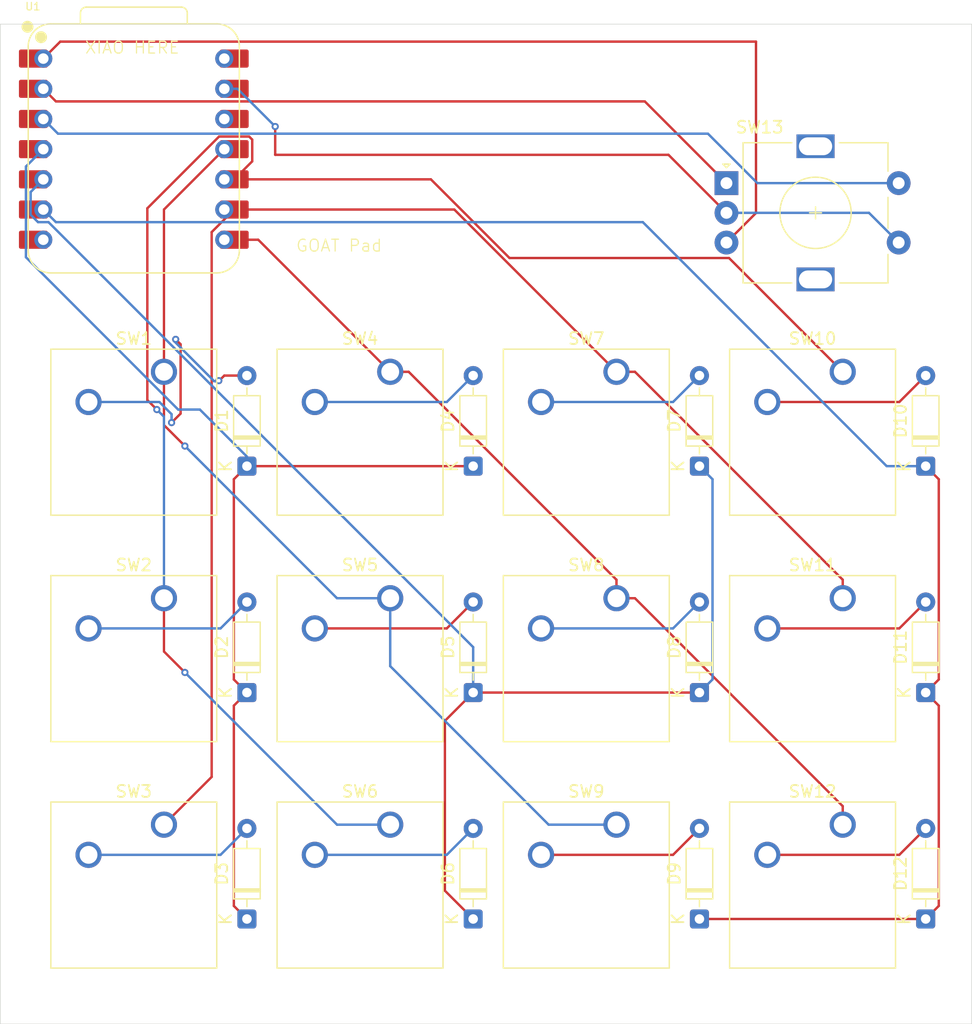
<source format=kicad_pcb>
(kicad_pcb (version 20241229) (generator "pcbnew") (generator_version "9.0")
  (layers (0 "F.Cu" signal) (2 "B.Cu" signal) (13 "F.Paste" user) (15 "B.Paste" user) (5 "F.SilkS" user "F.Silkscreen") (7 "B.SilkS" user "B.Silkscreen") (1 "F.Mask" user) (3 "B.Mask" user) (25 "Edge.Cuts" user))
  (net 0 "")
  (net 1 "ROW0")
  (net 2 "Net-(D1-A)")
  (net 3 "Net-(D2-A)")
  (net 4 "Net-(D3-A)")
  (net 5 "Net-(D4-A)")
  (net 6 "Net-(D5-A)")
  (net 7 "ROW1")
  (net 8 "Net-(D6-A)")
  (net 9 "Net-(D7-A)")
  (net 10 "Net-(D8-A)")
  (net 11 "Net-(D9-A)")
  (net 12 "ROW2")
  (net 13 "Net-(D10-A)")
  (net 14 "Net-(D11-A)")
  (net 15 "Net-(D12-A)")
  (net 16 "COL0")
  (net 17 "COL1")
  (net 18 "COL2")
  (net 19 "COL3")
  (net 20 "Net-(U1-GPIO27{slash}ADC1{slash}A1)")
  (net 21 "Net-(U1-GPIO28{slash}ADC2{slash}A2)")
  (net 22 "Net-(U1-GPIO26{slash}ADC0{slash}A0)")
  (net 23 "GND")
  (net 26 "+5V")
  (footprint "Diode_THT:D_DO-35_SOD27_P7.62mm_Horizontal" (layer "F.Cu") (at 180.975 92.86875 90)
    (property "Reference" "D10" (at 3.81 -2.12 90) (layer "F.SilkS"))
    (property "Value" "1N4148")
    (fp_line (start 2.53 -1.12) (end 2.53 1.12) (stroke (width 0.12)) (layer "F.SilkS"))
    (fp_line (start 2.41 -1.12) (end 2.41 1.12) (stroke (width 0.12)) (layer "F.SilkS"))
    (fp_line (start 2.29 -1.12) (end 2.29 1.12) (stroke (width 0.12)) (layer "F.SilkS"))
    (fp_line (start 6.58 0) (end 5.93 0) (stroke (width 0.12)) (layer "F.SilkS"))
    (fp_line (start 1.04 0) (end 1.69 0) (stroke (width 0.12)) (layer "F.SilkS"))
    (fp_rect (start 1.69 -1.12) (end 5.93 1.12) (stroke (width 0.12)) (fill no) (layer "F.SilkS"))
    (fp_text user "K" (at 0 -1.8 90) (layer "F.SilkS"))
    (pad "1" thru_hole roundrect (at 0 0 90) (size 1.6 1.6) (drill 0.8) (layers "*.Cu" "*.Mask") (roundrect_rratio 0.15625) (net 12 "ROW2"))
    (pad "2" thru_hole circle (at 7.62 0 90) (size 1.6 1.6) (drill 0.8) (layers "*.Cu" "*.Mask") (net 13 "Net-(D10-A)"))
  )
  (footprint "OPL:XIAO-RP2040-DIP" (layer "F.Cu") (at 114.3 66.19875)
    (property "Reference" "U1" (at -8.5 -12 0) (layer "F.SilkS") (effects (font (size 0.635 0.635) (thickness 0.1016))))
    (property "Value" "XIAO-RP2040-DIP")
    (fp_line (start -8.89 8.509) (end -8.89 -8.636) (stroke (width 0.127)) (layer "F.SilkS"))
    (fp_line (start -6.985 10.414) (end 6.985 10.414) (stroke (width 0.127)) (layer "F.SilkS"))
    (fp_line (start -4.495 -10.541) (end -4.491272 -11.451272) (stroke (width 0.127)) (layer "F.SilkS"))
    (fp_line (start -3.991272 -11.951) (end 4.004 -11.951) (stroke (width 0.127)) (layer "F.SilkS"))
    (fp_line (start 4.504 -11.451) (end 4.504 -10.541) (stroke (width 0.127)) (layer "F.SilkS"))
    (fp_line (start 6.985 -10.541) (end -6.985 -10.541) (stroke (width 0.1)) (layer "F.SilkS"))
    (fp_line (start 6.985 -10.541) (end -6.985 -10.541) (stroke (width 0.127)) (layer "F.SilkS"))
    (fp_line (start 8.89 8.509) (end 8.89 -8.636) (stroke (width 0.127)) (layer "F.SilkS"))
    (fp_arc (start -8.89 -8.636) (mid -8.332038 -9.983038) (end -6.985 -10.541) (stroke (width 0.127)) (layer "F.SilkS"))
    (fp_arc (start -6.985 10.414) (mid -8.332038 9.856038) (end -8.89 8.509) (stroke (width 0.127)) (layer "F.SilkS"))
    (fp_arc (start -4.491272 -11.451272) (mid -4.344728 -11.80464) (end -3.991272 -11.951) (stroke (width 0.127)) (layer "F.SilkS"))
    (fp_arc (start 4.004 -11.951) (mid 4.357553 -11.804553) (end 4.504 -11.451) (stroke (width 0.127)) (layer "F.SilkS"))
    (fp_arc (start 6.985 -10.541) (mid 8.332038 -9.983038) (end 8.89 -8.636) (stroke (width 0.127)) (layer "F.SilkS"))
    (fp_arc (start 8.89 8.509) (mid 8.332038 9.856038) (end 6.985 10.414) (stroke (width 0.127)) (layer "F.SilkS"))
    (fp_circle (center -8.95 -10.3) (end -8.95 -10.554) (stroke (width 0.5)) (fill yes) (layer "F.SilkS"))
    (fp_circle (center -7.807 -9.42) (end -7.807 -9.674) (stroke (width 0.5)) (fill yes) (layer "F.SilkS"))
    (pad "1" smd roundrect (at -8.455 -7.62 180) (size 2.432 1.524) (layers "F.Cu" "F.Mask") (roundrect_rratio 0.1) (net 22 "Net-(U1-GPIO26{slash}ADC0{slash}A0)"))
    (pad "1" thru_hole circle (at -7.62 -7.62 180) (size 1.524 1.524) (drill 0.889) (layers "*.Cu" "*.Mask") (net 22 "Net-(U1-GPIO26{slash}ADC0{slash}A0)"))
    (pad "2" smd roundrect (at -8.455 -5.08 180) (size 2.432 1.524) (layers "F.Cu" "F.Mask") (roundrect_rratio 0.1) (net 20 "Net-(U1-GPIO27{slash}ADC1{slash}A1)"))
    (pad "2" thru_hole circle (at -7.62 -5.08 180) (size 1.524 1.524) (drill 0.889) (layers "*.Cu" "*.Mask") (net 20 "Net-(U1-GPIO27{slash}ADC1{slash}A1)"))
    (pad "3" smd roundrect (at -8.455 -2.54 180) (size 2.432 1.524) (layers "F.Cu" "F.Mask") (roundrect_rratio 0.1) (net 21 "Net-(U1-GPIO28{slash}ADC2{slash}A2)"))
    (pad "3" thru_hole circle (at -7.62 -2.54 180) (size 1.524 1.524) (drill 0.889) (layers "*.Cu" "*.Mask") (net 21 "Net-(U1-GPIO28{slash}ADC2{slash}A2)"))
    (pad "4" smd roundrect (at -8.455 0 180) (size 2.432 1.524) (layers "F.Cu" "F.Mask") (roundrect_rratio 0.1) (net 1 "ROW0"))
    (pad "4" thru_hole circle (at -7.62 0 180) (size 1.524 1.524) (drill 0.889) (layers "*.Cu" "*.Mask") (net 1 "ROW0"))
    (pad "5" smd roundrect (at -8.455 2.54 180) (size 2.432 1.524) (layers "F.Cu" "F.Mask") (roundrect_rratio 0.1) (net 7 "ROW1"))
    (pad "5" thru_hole circle (at -7.62 2.54 180) (size 1.524 1.524) (drill 0.889) (layers "*.Cu" "*.Mask") (net 7 "ROW1"))
    (pad "6" smd roundrect (at -8.455 5.08 180) (size 2.432 1.524) (layers "F.Cu" "F.Mask") (roundrect_rratio 0.1) (net 12 "ROW2"))
    (pad "6" thru_hole circle (at -7.62 5.08 180) (size 1.524 1.524) (drill 0.889) (layers "*.Cu" "*.Mask") (net 12 "ROW2"))
    (pad "7" smd roundrect (at -8.455 7.62 180) (size 2.432 1.524) (layers "F.Cu" "F.Mask") (roundrect_rratio 0.1))
    (pad "7" thru_hole circle (at -7.62 7.62 180) (size 1.524 1.524) (drill 0.889) (layers "*.Cu" "*.Mask"))
    (pad "8" thru_hole circle (at 7.62 7.62) (size 1.524 1.524) (drill 0.889) (layers "*.Cu" "*.Mask") (net 19 "COL3"))
    (pad "8" smd roundrect (at 8.455 7.62) (size 2.432 1.524) (layers "F.Cu" "F.Mask") (roundrect_rratio 0.1) (net 19 "COL3"))
    (pad "9" thru_hole circle (at 7.62 5.08) (size 1.524 1.524) (drill 0.889) (layers "*.Cu" "*.Mask") (net 18 "COL2"))
    (pad "9" smd roundrect (at 8.455 5.08) (size 2.432 1.524) (layers "F.Cu" "F.Mask") (roundrect_rratio 0.1) (net 18 "COL2"))
    (pad "10" thru_hole circle (at 7.62 2.54) (size 1.524 1.524) (drill 0.889) (layers "*.Cu" "*.Mask") (net 17 "COL1"))
    (pad "10" smd roundrect (at 8.455 2.54) (size 2.432 1.524) (layers "F.Cu" "F.Mask") (roundrect_rratio 0.1) (net 17 "COL1"))
    (pad "11" thru_hole circle (at 7.62 0) (size 1.524 1.524) (drill 0.889) (layers "*.Cu" "*.Mask") (net 16 "COL0"))
    (pad "11" smd roundrect (at 8.455 0) (size 2.432 1.524) (layers "F.Cu" "F.Mask") (roundrect_rratio 0.1) (net 16 "COL0"))
    (pad "12" thru_hole circle (at 7.62 -2.54) (size 1.524 1.524) (drill 0.889) (layers "*.Cu" "*.Mask"))
    (pad "12" smd roundrect (at 8.455 -2.54) (size 2.432 1.524) (layers "F.Cu" "F.Mask") (roundrect_rratio 0.1))
    (pad "13" thru_hole circle (at 7.62 -5.08) (size 1.524 1.524) (drill 0.889) (layers "*.Cu" "*.Mask") (net 23 "GND"))
    (pad "13" smd roundrect (at 8.455 -5.08) (size 2.432 1.524) (layers "F.Cu" "F.Mask") (roundrect_rratio 0.1) (net 23 "GND"))
    (pad "14" thru_hole circle (at 7.62 -7.62) (size 1.524 1.524) (drill 0.889) (layers "*.Cu" "*.Mask") (net 26 "+5V"))
    (pad "14" smd roundrect (at 8.455 -7.62) (size 2.432 1.524) (layers "F.Cu" "F.Mask") (roundrect_rratio 0.1) (net 26 "+5V"))
  )
  (footprint "Diode_THT:D_DO-35_SOD27_P7.62mm_Horizontal" (layer "F.Cu") (at 161.925 111.91875 90)
    (property "Reference" "D8" (at 3.81 -2.12 90) (layer "F.SilkS"))
    (property "Value" "1N4148")
    (fp_line (start 2.53 -1.12) (end 2.53 1.12) (stroke (width 0.12)) (layer "F.SilkS"))
    (fp_line (start 2.41 -1.12) (end 2.41 1.12) (stroke (width 0.12)) (layer "F.SilkS"))
    (fp_line (start 2.29 -1.12) (end 2.29 1.12) (stroke (width 0.12)) (layer "F.SilkS"))
    (fp_line (start 6.58 0) (end 5.93 0) (stroke (width 0.12)) (layer "F.SilkS"))
    (fp_line (start 1.04 0) (end 1.69 0) (stroke (width 0.12)) (layer "F.SilkS"))
    (fp_rect (start 1.69 -1.12) (end 5.93 1.12) (stroke (width 0.12)) (fill no) (layer "F.SilkS"))
    (fp_text user "K" (at 0 -1.8 90) (layer "F.SilkS"))
    (pad "1" thru_hole roundrect (at 0 0 90) (size 1.6 1.6) (drill 0.8) (layers "*.Cu" "*.Mask") (roundrect_rratio 0.15625) (net 7 "ROW1"))
    (pad "2" thru_hole circle (at 7.62 0 90) (size 1.6 1.6) (drill 0.8) (layers "*.Cu" "*.Mask") (net 10 "Net-(D8-A)"))
  )
  (footprint "Diode_THT:D_DO-35_SOD27_P7.62mm_Horizontal" (layer "F.Cu") (at 180.975 111.91875 90)
    (property "Reference" "D11" (at 3.81 -2.12 90) (layer "F.SilkS"))
    (property "Value" "1N4148")
    (fp_line (start 2.53 -1.12) (end 2.53 1.12) (stroke (width 0.12)) (layer "F.SilkS"))
    (fp_line (start 2.41 -1.12) (end 2.41 1.12) (stroke (width 0.12)) (layer "F.SilkS"))
    (fp_line (start 2.29 -1.12) (end 2.29 1.12) (stroke (width 0.12)) (layer "F.SilkS"))
    (fp_line (start 6.58 0) (end 5.93 0) (stroke (width 0.12)) (layer "F.SilkS"))
    (fp_line (start 1.04 0) (end 1.69 0) (stroke (width 0.12)) (layer "F.SilkS"))
    (fp_rect (start 1.69 -1.12) (end 5.93 1.12) (stroke (width 0.12)) (fill no) (layer "F.SilkS"))
    (fp_text user "K" (at 0 -1.8 90) (layer "F.SilkS"))
    (pad "1" thru_hole roundrect (at 0 0 90) (size 1.6 1.6) (drill 0.8) (layers "*.Cu" "*.Mask") (roundrect_rratio 0.15625) (net 12 "ROW2"))
    (pad "2" thru_hole circle (at 7.62 0 90) (size 1.6 1.6) (drill 0.8) (layers "*.Cu" "*.Mask") (net 14 "Net-(D11-A)"))
  )
  (footprint "Button_Switch_Keyboard:SW_Cherry_MX_1.00u_PCB" (layer "F.Cu") (at 173.99 84.93125)
    (property "Reference" "SW10" (at -2.54 -2.794 0) (layer "F.SilkS"))
    (property "Value" "SW_Push")
    (fp_line (start -9.525 -1.905) (end 4.445 -1.905) (stroke (width 0.12)) (layer "F.SilkS"))
    (fp_line (start -9.525 12.065) (end -9.525 -1.905) (stroke (width 0.12)) (layer "F.SilkS"))
    (fp_line (start 4.445 -1.905) (end 4.445 12.065) (stroke (width 0.12)) (layer "F.SilkS"))
    (fp_line (start 4.445 12.065) (end -9.525 12.065) (stroke (width 0.12)) (layer "F.SilkS"))
    (pad "" np_thru_hole circle (at -7.62 5.08) (size 1.7 1.7) (drill 1.7) (layers "*.Cu" "*.Mask"))
    (pad "" np_thru_hole circle (at -2.54 5.08) (size 4 4) (drill 4) (layers "*.Cu" "*.Mask"))
    (pad "" np_thru_hole circle (at 2.54 5.08) (size 1.7 1.7) (drill 1.7) (layers "*.Cu" "*.Mask"))
    (pad "1" thru_hole circle (at 0 0) (size 2.2 2.2) (drill 1.5) (layers "*.Cu" "*.Mask") (net 17 "COL1"))
    (pad "2" thru_hole circle (at -6.35 2.54) (size 2.2 2.2) (drill 1.5) (layers "*.Cu" "*.Mask") (net 13 "Net-(D10-A)"))
  )
  (footprint "ENCODER:RotaryEncoder_Alps_EC11E-Switch_Vertical_H20mm" (layer "F.Cu") (at 164.2 69.05625)
    (property "Reference" "SW13" (at 2.8 -4.7 0) (layer "F.SilkS"))
    (property "Value" "RotaryEncoder_Switch")
    (fp_line (start -0.3 -1.6) (end 0.3 -1.6) (stroke (width 0.12)) (layer "F.SilkS"))
    (fp_line (start 0 -1.3) (end -0.3 -1.6) (stroke (width 0.12)) (layer "F.SilkS"))
    (fp_line (start 0.3 -1.6) (end 0 -1.3) (stroke (width 0.12)) (layer "F.SilkS"))
    (fp_line (start 1.4 -3.4) (end 1.4 8.4) (stroke (width 0.12)) (layer "F.SilkS"))
    (fp_line (start 5.5 -3.4) (end 1.4 -3.4) (stroke (width 0.12)) (layer "F.SilkS"))
    (fp_line (start 5.5 8.4) (end 1.4 8.4) (stroke (width 0.12)) (layer "F.SilkS"))
    (fp_line (start 7 2.5) (end 8 2.5) (stroke (width 0.12)) (layer "F.SilkS"))
    (fp_line (start 7.5 2) (end 7.5 3) (stroke (width 0.12)) (layer "F.SilkS"))
    (fp_line (start 9.5 -3.4) (end 13.6 -3.4) (stroke (width 0.12)) (layer "F.SilkS"))
    (fp_line (start 13.6 -3.4) (end 13.6 -1) (stroke (width 0.12)) (layer "F.SilkS"))
    (fp_line (start 13.6 1.2) (end 13.6 3.8) (stroke (width 0.12)) (layer "F.SilkS"))
    (fp_line (start 13.6 6) (end 13.6 8.4) (stroke (width 0.12)) (layer "F.SilkS"))
    (fp_line (start 13.6 8.4) (end 9.5 8.4) (stroke (width 0.12)) (layer "F.SilkS"))
    (fp_circle (center 7.5 2.5) (end 10.5 2.5) (stroke (width 0.12)) (fill no) (layer "F.SilkS"))
    (pad "A" thru_hole rect (at 0 0) (size 2 2) (drill 1) (layers "*.Cu" "*.Mask") (net 20 "Net-(U1-GPIO27{slash}ADC1{slash}A1)"))
    (pad "B" thru_hole circle (at 0 5) (size 2 2) (drill 1) (layers "*.Cu" "*.Mask") (net 22 "Net-(U1-GPIO26{slash}ADC0{slash}A0)"))
    (pad "C" thru_hole circle (at 0 2.5) (size 2 2) (drill 1) (layers "*.Cu" "*.Mask") (net 23 "GND"))
    (pad "MP" thru_hole rect (at 7.5 -3.1) (size 3.2 2) (drill oval 2.8 1.5) (layers "*.Cu" "*.Mask"))
    (pad "MP" thru_hole rect (at 7.5 8.1) (size 3.2 2) (drill oval 2.8 1.5) (layers "*.Cu" "*.Mask"))
    (pad "S1" thru_hole circle (at 14.5 5) (size 2 2) (drill 1) (layers "*.Cu" "*.Mask") (net 23 "GND"))
    (pad "S2" thru_hole circle (at 14.5 0) (size 2 2) (drill 1) (layers "*.Cu" "*.Mask") (net 21 "Net-(U1-GPIO28{slash}ADC2{slash}A2)"))
  )
  (footprint "Button_Switch_Keyboard:SW_Cherry_MX_1.00u_PCB" (layer "F.Cu") (at 116.84 103.98125)
    (property "Reference" "SW2" (at -2.54 -2.794 0) (layer "F.SilkS"))
    (property "Value" "SW_Push")
    (fp_line (start -9.525 -1.905) (end 4.445 -1.905) (stroke (width 0.12)) (layer "F.SilkS"))
    (fp_line (start -9.525 12.065) (end -9.525 -1.905) (stroke (width 0.12)) (layer "F.SilkS"))
    (fp_line (start 4.445 -1.905) (end 4.445 12.065) (stroke (width 0.12)) (layer "F.SilkS"))
    (fp_line (start 4.445 12.065) (end -9.525 12.065) (stroke (width 0.12)) (layer "F.SilkS"))
    (pad "" np_thru_hole circle (at -7.62 5.08) (size 1.7 1.7) (drill 1.7) (layers "*.Cu" "*.Mask"))
    (pad "" np_thru_hole circle (at -2.54 5.08) (size 4 4) (drill 4) (layers "*.Cu" "*.Mask"))
    (pad "" np_thru_hole circle (at 2.54 5.08) (size 1.7 1.7) (drill 1.7) (layers "*.Cu" "*.Mask"))
    (pad "1" thru_hole circle (at 0 0) (size 2.2 2.2) (drill 1.5) (layers "*.Cu" "*.Mask") (net 17 "COL1"))
    (pad "2" thru_hole circle (at -6.35 2.54) (size 2.2 2.2) (drill 1.5) (layers "*.Cu" "*.Mask") (net 3 "Net-(D2-A)"))
  )
  (footprint "Diode_THT:D_DO-35_SOD27_P7.62mm_Horizontal" (layer "F.Cu") (at 123.825 111.91875 90)
    (property "Reference" "D2" (at 3.81 -2.12 90) (layer "F.SilkS"))
    (property "Value" "1N4148")
    (fp_line (start 2.53 -1.12) (end 2.53 1.12) (stroke (width 0.12)) (layer "F.SilkS"))
    (fp_line (start 2.41 -1.12) (end 2.41 1.12) (stroke (width 0.12)) (layer "F.SilkS"))
    (fp_line (start 2.29 -1.12) (end 2.29 1.12) (stroke (width 0.12)) (layer "F.SilkS"))
    (fp_line (start 6.58 0) (end 5.93 0) (stroke (width 0.12)) (layer "F.SilkS"))
    (fp_line (start 1.04 0) (end 1.69 0) (stroke (width 0.12)) (layer "F.SilkS"))
    (fp_rect (start 1.69 -1.12) (end 5.93 1.12) (stroke (width 0.12)) (fill no) (layer "F.SilkS"))
    (fp_text user "K" (at 0 -1.8 90) (layer "F.SilkS"))
    (pad "1" thru_hole roundrect (at 0 0 90) (size 1.6 1.6) (drill 0.8) (layers "*.Cu" "*.Mask") (roundrect_rratio 0.15625) (net 1 "ROW0"))
    (pad "2" thru_hole circle (at 7.62 0 90) (size 1.6 1.6) (drill 0.8) (layers "*.Cu" "*.Mask") (net 3 "Net-(D2-A)"))
  )
  (footprint "Button_Switch_Keyboard:SW_Cherry_MX_1.00u_PCB" (layer "F.Cu") (at 154.94 103.98125)
    (property "Reference" "SW8" (at -2.54 -2.794 0) (layer "F.SilkS"))
    (property "Value" "SW_Push")
    (fp_line (start -9.525 -1.905) (end 4.445 -1.905) (stroke (width 0.12)) (layer "F.SilkS"))
    (fp_line (start -9.525 12.065) (end -9.525 -1.905) (stroke (width 0.12)) (layer "F.SilkS"))
    (fp_line (start 4.445 -1.905) (end 4.445 12.065) (stroke (width 0.12)) (layer "F.SilkS"))
    (fp_line (start 4.445 12.065) (end -9.525 12.065) (stroke (width 0.12)) (layer "F.SilkS"))
    (pad "" np_thru_hole circle (at -7.62 5.08) (size 1.7 1.7) (drill 1.7) (layers "*.Cu" "*.Mask"))
    (pad "" np_thru_hole circle (at -2.54 5.08) (size 4 4) (drill 4) (layers "*.Cu" "*.Mask"))
    (pad "" np_thru_hole circle (at 2.54 5.08) (size 1.7 1.7) (drill 1.7) (layers "*.Cu" "*.Mask"))
    (pad "1" thru_hole circle (at 0 0) (size 2.2 2.2) (drill 1.5) (layers "*.Cu" "*.Mask") (net 19 "COL3"))
    (pad "2" thru_hole circle (at -6.35 2.54) (size 2.2 2.2) (drill 1.5) (layers "*.Cu" "*.Mask") (net 10 "Net-(D8-A)"))
  )
  (footprint "Button_Switch_Keyboard:SW_Cherry_MX_1.00u_PCB" (layer "F.Cu") (at 173.99 123.03125)
    (property "Reference" "SW12" (at -2.54 -2.794 0) (layer "F.SilkS"))
    (property "Value" "SW_Push")
    (fp_line (start -9.525 -1.905) (end 4.445 -1.905) (stroke (width 0.12)) (layer "F.SilkS"))
    (fp_line (start -9.525 12.065) (end -9.525 -1.905) (stroke (width 0.12)) (layer "F.SilkS"))
    (fp_line (start 4.445 -1.905) (end 4.445 12.065) (stroke (width 0.12)) (layer "F.SilkS"))
    (fp_line (start 4.445 12.065) (end -9.525 12.065) (stroke (width 0.12)) (layer "F.SilkS"))
    (pad "" np_thru_hole circle (at -7.62 5.08) (size 1.7 1.7) (drill 1.7) (layers "*.Cu" "*.Mask"))
    (pad "" np_thru_hole circle (at -2.54 5.08) (size 4 4) (drill 4) (layers "*.Cu" "*.Mask"))
    (pad "" np_thru_hole circle (at 2.54 5.08) (size 1.7 1.7) (drill 1.7) (layers "*.Cu" "*.Mask"))
    (pad "1" thru_hole circle (at 0 0) (size 2.2 2.2) (drill 1.5) (layers "*.Cu" "*.Mask") (net 19 "COL3"))
    (pad "2" thru_hole circle (at -6.35 2.54) (size 2.2 2.2) (drill 1.5) (layers "*.Cu" "*.Mask") (net 15 "Net-(D12-A)"))
  )
  (footprint "Button_Switch_Keyboard:SW_Cherry_MX_1.00u_PCB" (layer "F.Cu") (at 116.84 123.03125)
    (property "Reference" "SW3" (at -2.54 -2.794 0) (layer "F.SilkS"))
    (property "Value" "SW_Push")
    (fp_line (start -9.525 -1.905) (end 4.445 -1.905) (stroke (width 0.12)) (layer "F.SilkS"))
    (fp_line (start -9.525 12.065) (end -9.525 -1.905) (stroke (width 0.12)) (layer "F.SilkS"))
    (fp_line (start 4.445 -1.905) (end 4.445 12.065) (stroke (width 0.12)) (layer "F.SilkS"))
    (fp_line (start 4.445 12.065) (end -9.525 12.065) (stroke (width 0.12)) (layer "F.SilkS"))
    (pad "" np_thru_hole circle (at -7.62 5.08) (size 1.7 1.7) (drill 1.7) (layers "*.Cu" "*.Mask"))
    (pad "" np_thru_hole circle (at -2.54 5.08) (size 4 4) (drill 4) (layers "*.Cu" "*.Mask"))
    (pad "" np_thru_hole circle (at 2.54 5.08) (size 1.7 1.7) (drill 1.7) (layers "*.Cu" "*.Mask"))
    (pad "1" thru_hole circle (at 0 0) (size 2.2 2.2) (drill 1.5) (layers "*.Cu" "*.Mask") (net 18 "COL2"))
    (pad "2" thru_hole circle (at -6.35 2.54) (size 2.2 2.2) (drill 1.5) (layers "*.Cu" "*.Mask") (net 4 "Net-(D3-A)"))
  )
  (footprint "Button_Switch_Keyboard:SW_Cherry_MX_1.00u_PCB" (layer "F.Cu") (at 154.94 84.93125)
    (property "Reference" "SW7" (at -2.54 -2.794 0) (layer "F.SilkS"))
    (property "Value" "SW_Push")
    (fp_line (start -9.525 -1.905) (end 4.445 -1.905) (stroke (width 0.12)) (layer "F.SilkS"))
    (fp_line (start -9.525 12.065) (end -9.525 -1.905) (stroke (width 0.12)) (layer "F.SilkS"))
    (fp_line (start 4.445 -1.905) (end 4.445 12.065) (stroke (width 0.12)) (layer "F.SilkS"))
    (fp_line (start 4.445 12.065) (end -9.525 12.065) (stroke (width 0.12)) (layer "F.SilkS"))
    (pad "" np_thru_hole circle (at -7.62 5.08) (size 1.7 1.7) (drill 1.7) (layers "*.Cu" "*.Mask"))
    (pad "" np_thru_hole circle (at -2.54 5.08) (size 4 4) (drill 4) (layers "*.Cu" "*.Mask"))
    (pad "" np_thru_hole circle (at 2.54 5.08) (size 1.7 1.7) (drill 1.7) (layers "*.Cu" "*.Mask"))
    (pad "1" thru_hole circle (at 0 0) (size 2.2 2.2) (drill 1.5) (layers "*.Cu" "*.Mask") (net 18 "COL2"))
    (pad "2" thru_hole circle (at -6.35 2.54) (size 2.2 2.2) (drill 1.5) (layers "*.Cu" "*.Mask") (net 9 "Net-(D7-A)"))
  )
  (footprint "Diode_THT:D_DO-35_SOD27_P7.62mm_Horizontal" (layer "F.Cu") (at 142.875 92.86875 90)
    (property "Reference" "D4" (at 3.81 -2.12 90) (layer "F.SilkS"))
    (property "Value" "1N4148")
    (fp_line (start 2.53 -1.12) (end 2.53 1.12) (stroke (width 0.12)) (layer "F.SilkS"))
    (fp_line (start 2.41 -1.12) (end 2.41 1.12) (stroke (width 0.12)) (layer "F.SilkS"))
    (fp_line (start 2.29 -1.12) (end 2.29 1.12) (stroke (width 0.12)) (layer "F.SilkS"))
    (fp_line (start 6.58 0) (end 5.93 0) (stroke (width 0.12)) (layer "F.SilkS"))
    (fp_line (start 1.04 0) (end 1.69 0) (stroke (width 0.12)) (layer "F.SilkS"))
    (fp_rect (start 1.69 -1.12) (end 5.93 1.12) (stroke (width 0.12)) (fill no) (layer "F.SilkS"))
    (fp_text user "K" (at 0 -1.8 90) (layer "F.SilkS"))
    (pad "1" thru_hole roundrect (at 0 0 90) (size 1.6 1.6) (drill 0.8) (layers "*.Cu" "*.Mask") (roundrect_rratio 0.15625) (net 1 "ROW0"))
    (pad "2" thru_hole circle (at 7.62 0 90) (size 1.6 1.6) (drill 0.8) (layers "*.Cu" "*.Mask") (net 5 "Net-(D4-A)"))
  )
  (footprint "Button_Switch_Keyboard:SW_Cherry_MX_1.00u_PCB" (layer "F.Cu") (at 154.94 123.03125)
    (property "Reference" "SW9" (at -2.54 -2.794 0) (layer "F.SilkS"))
    (property "Value" "SW_Push")
    (fp_line (start -9.525 -1.905) (end 4.445 -1.905) (stroke (width 0.12)) (layer "F.SilkS"))
    (fp_line (start -9.525 12.065) (end -9.525 -1.905) (stroke (width 0.12)) (layer "F.SilkS"))
    (fp_line (start 4.445 -1.905) (end 4.445 12.065) (stroke (width 0.12)) (layer "F.SilkS"))
    (fp_line (start 4.445 12.065) (end -9.525 12.065) (stroke (width 0.12)) (layer "F.SilkS"))
    (pad "" np_thru_hole circle (at -7.62 5.08) (size 1.7 1.7) (drill 1.7) (layers "*.Cu" "*.Mask"))
    (pad "" np_thru_hole circle (at -2.54 5.08) (size 4 4) (drill 4) (layers "*.Cu" "*.Mask"))
    (pad "" np_thru_hole circle (at 2.54 5.08) (size 1.7 1.7) (drill 1.7) (layers "*.Cu" "*.Mask"))
    (pad "1" thru_hole circle (at 0 0) (size 2.2 2.2) (drill 1.5) (layers "*.Cu" "*.Mask") (net 16 "COL0"))
    (pad "2" thru_hole circle (at -6.35 2.54) (size 2.2 2.2) (drill 1.5) (layers "*.Cu" "*.Mask") (net 11 "Net-(D9-A)"))
  )
  (footprint "Diode_THT:D_DO-35_SOD27_P7.62mm_Horizontal" (layer "F.Cu") (at 123.825 92.86875 90)
    (property "Reference" "D1" (at 3.81 -2.12 90) (layer "F.SilkS"))
    (property "Value" "1N4148")
    (fp_line (start 2.53 -1.12) (end 2.53 1.12) (stroke (width 0.12)) (layer "F.SilkS"))
    (fp_line (start 2.41 -1.12) (end 2.41 1.12) (stroke (width 0.12)) (layer "F.SilkS"))
    (fp_line (start 2.29 -1.12) (end 2.29 1.12) (stroke (width 0.12)) (layer "F.SilkS"))
    (fp_line (start 6.58 0) (end 5.93 0) (stroke (width 0.12)) (layer "F.SilkS"))
    (fp_line (start 1.04 0) (end 1.69 0) (stroke (width 0.12)) (layer "F.SilkS"))
    (fp_rect (start 1.69 -1.12) (end 5.93 1.12) (stroke (width 0.12)) (fill no) (layer "F.SilkS"))
    (fp_text user "K" (at 0 -1.8 90) (layer "F.SilkS"))
    (pad "1" thru_hole roundrect (at 0 0 90) (size 1.6 1.6) (drill 0.8) (layers "*.Cu" "*.Mask") (roundrect_rratio 0.15625) (net 1 "ROW0"))
    (pad "2" thru_hole circle (at 7.62 0 90) (size 1.6 1.6) (drill 0.8) (layers "*.Cu" "*.Mask") (net 2 "Net-(D1-A)"))
  )
  (footprint "Button_Switch_Keyboard:SW_Cherry_MX_1.00u_PCB" (layer "F.Cu") (at 116.84 84.93125)
    (property "Reference" "SW1" (at -2.54 -2.794 0) (layer "F.SilkS"))
    (property "Value" "SW_Push")
    (fp_line (start -9.525 -1.905) (end 4.445 -1.905) (stroke (width 0.12)) (layer "F.SilkS"))
    (fp_line (start -9.525 12.065) (end -9.525 -1.905) (stroke (width 0.12)) (layer "F.SilkS"))
    (fp_line (start 4.445 -1.905) (end 4.445 12.065) (stroke (width 0.12)) (layer "F.SilkS"))
    (fp_line (start 4.445 12.065) (end -9.525 12.065) (stroke (width 0.12)) (layer "F.SilkS"))
    (pad "" np_thru_hole circle (at -7.62 5.08) (size 1.7 1.7) (drill 1.7) (layers "*.Cu" "*.Mask"))
    (pad "" np_thru_hole circle (at -2.54 5.08) (size 4 4) (drill 4) (layers "*.Cu" "*.Mask"))
    (pad "" np_thru_hole circle (at 2.54 5.08) (size 1.7 1.7) (drill 1.7) (layers "*.Cu" "*.Mask"))
    (pad "1" thru_hole circle (at 0 0) (size 2.2 2.2) (drill 1.5) (layers "*.Cu" "*.Mask") (net 16 "COL0"))
    (pad "2" thru_hole circle (at -6.35 2.54) (size 2.2 2.2) (drill 1.5) (layers "*.Cu" "*.Mask") (net 2 "Net-(D1-A)"))
  )
  (footprint "Diode_THT:D_DO-35_SOD27_P7.62mm_Horizontal" (layer "F.Cu") (at 161.925 130.96875 90)
    (property "Reference" "D9" (at 3.81 -2.12 90) (layer "F.SilkS"))
    (property "Value" "1N4148")
    (fp_line (start 2.53 -1.12) (end 2.53 1.12) (stroke (width 0.12)) (layer "F.SilkS"))
    (fp_line (start 2.41 -1.12) (end 2.41 1.12) (stroke (width 0.12)) (layer "F.SilkS"))
    (fp_line (start 2.29 -1.12) (end 2.29 1.12) (stroke (width 0.12)) (layer "F.SilkS"))
    (fp_line (start 6.58 0) (end 5.93 0) (stroke (width 0.12)) (layer "F.SilkS"))
    (fp_line (start 1.04 0) (end 1.69 0) (stroke (width 0.12)) (layer "F.SilkS"))
    (fp_rect (start 1.69 -1.12) (end 5.93 1.12) (stroke (width 0.12)) (fill no) (layer "F.SilkS"))
    (fp_text user "K" (at 0 -1.8 90) (layer "F.SilkS"))
    (pad "1" thru_hole roundrect (at 0 0 90) (size 1.6 1.6) (drill 0.8) (layers "*.Cu" "*.Mask") (roundrect_rratio 0.15625) (net 12 "ROW2"))
    (pad "2" thru_hole circle (at 7.62 0 90) (size 1.6 1.6) (drill 0.8) (layers "*.Cu" "*.Mask") (net 11 "Net-(D9-A)"))
  )
  (footprint "Diode_THT:D_DO-35_SOD27_P7.62mm_Horizontal" (layer "F.Cu") (at 142.875 130.96875 90)
    (property "Reference" "D6" (at 3.81 -2.12 90) (layer "F.SilkS"))
    (property "Value" "1N4148")
    (fp_line (start 2.53 -1.12) (end 2.53 1.12) (stroke (width 0.12)) (layer "F.SilkS"))
    (fp_line (start 2.41 -1.12) (end 2.41 1.12) (stroke (width 0.12)) (layer "F.SilkS"))
    (fp_line (start 2.29 -1.12) (end 2.29 1.12) (stroke (width 0.12)) (layer "F.SilkS"))
    (fp_line (start 6.58 0) (end 5.93 0) (stroke (width 0.12)) (layer "F.SilkS"))
    (fp_line (start 1.04 0) (end 1.69 0) (stroke (width 0.12)) (layer "F.SilkS"))
    (fp_rect (start 1.69 -1.12) (end 5.93 1.12) (stroke (width 0.12)) (fill no) (layer "F.SilkS"))
    (fp_text user "K" (at 0 -1.8 90) (layer "F.SilkS"))
    (pad "1" thru_hole roundrect (at 0 0 90) (size 1.6 1.6) (drill 0.8) (layers "*.Cu" "*.Mask") (roundrect_rratio 0.15625) (net 7 "ROW1"))
    (pad "2" thru_hole circle (at 7.62 0 90) (size 1.6 1.6) (drill 0.8) (layers "*.Cu" "*.Mask") (net 8 "Net-(D6-A)"))
  )
  (footprint "Diode_THT:D_DO-35_SOD27_P7.62mm_Horizontal" (layer "F.Cu") (at 142.875 111.91875 90)
    (property "Reference" "D5" (at 3.81 -2.12 90) (layer "F.SilkS"))
    (property "Value" "1N4148")
    (fp_line (start 2.53 -1.12) (end 2.53 1.12) (stroke (width 0.12)) (layer "F.SilkS"))
    (fp_line (start 2.41 -1.12) (end 2.41 1.12) (stroke (width 0.12)) (layer "F.SilkS"))
    (fp_line (start 2.29 -1.12) (end 2.29 1.12) (stroke (width 0.12)) (layer "F.SilkS"))
    (fp_line (start 6.58 0) (end 5.93 0) (stroke (width 0.12)) (layer "F.SilkS"))
    (fp_line (start 1.04 0) (end 1.69 0) (stroke (width 0.12)) (layer "F.SilkS"))
    (fp_rect (start 1.69 -1.12) (end 5.93 1.12) (stroke (width 0.12)) (fill no) (layer "F.SilkS"))
    (fp_text user "K" (at 0 -1.8 90) (layer "F.SilkS"))
    (pad "1" thru_hole roundrect (at 0 0 90) (size 1.6 1.6) (drill 0.8) (layers "*.Cu" "*.Mask") (roundrect_rratio 0.15625) (net 7 "ROW1"))
    (pad "2" thru_hole circle (at 7.62 0 90) (size 1.6 1.6) (drill 0.8) (layers "*.Cu" "*.Mask") (net 6 "Net-(D5-A)"))
  )
  (footprint "Diode_THT:D_DO-35_SOD27_P7.62mm_Horizontal" (layer "F.Cu") (at 123.825 130.96875 90)
    (property "Reference" "D3" (at 3.81 -2.12 90) (layer "F.SilkS"))
    (property "Value" "1N4148")
    (fp_line (start 2.53 -1.12) (end 2.53 1.12) (stroke (width 0.12)) (layer "F.SilkS"))
    (fp_line (start 2.41 -1.12) (end 2.41 1.12) (stroke (width 0.12)) (layer "F.SilkS"))
    (fp_line (start 2.29 -1.12) (end 2.29 1.12) (stroke (width 0.12)) (layer "F.SilkS"))
    (fp_line (start 6.58 0) (end 5.93 0) (stroke (width 0.12)) (layer "F.SilkS"))
    (fp_line (start 1.04 0) (end 1.69 0) (stroke (width 0.12)) (layer "F.SilkS"))
    (fp_rect (start 1.69 -1.12) (end 5.93 1.12) (stroke (width 0.12)) (fill no) (layer "F.SilkS"))
    (fp_text user "K" (at 0 -1.8 90) (layer "F.SilkS"))
    (pad "1" thru_hole roundrect (at 0 0 90) (size 1.6 1.6) (drill 0.8) (layers "*.Cu" "*.Mask") (roundrect_rratio 0.15625) (net 1 "ROW0"))
    (pad "2" thru_hole circle (at 7.62 0 90) (size 1.6 1.6) (drill 0.8) (layers "*.Cu" "*.Mask") (net 4 "Net-(D3-A)"))
  )
  (footprint "Button_Switch_Keyboard:SW_Cherry_MX_1.00u_PCB" (layer "F.Cu") (at 135.89 84.93125)
    (property "Reference" "SW4" (at -2.54 -2.794 0) (layer "F.SilkS"))
    (property "Value" "SW_Push")
    (fp_line (start -9.525 -1.905) (end 4.445 -1.905) (stroke (width 0.12)) (layer "F.SilkS"))
    (fp_line (start -9.525 12.065) (end -9.525 -1.905) (stroke (width 0.12)) (layer "F.SilkS"))
    (fp_line (start 4.445 -1.905) (end 4.445 12.065) (stroke (width 0.12)) (layer "F.SilkS"))
    (fp_line (start 4.445 12.065) (end -9.525 12.065) (stroke (width 0.12)) (layer "F.SilkS"))
    (pad "" np_thru_hole circle (at -7.62 5.08) (size 1.7 1.7) (drill 1.7) (layers "*.Cu" "*.Mask"))
    (pad "" np_thru_hole circle (at -2.54 5.08) (size 4 4) (drill 4) (layers "*.Cu" "*.Mask"))
    (pad "" np_thru_hole circle (at 2.54 5.08) (size 1.7 1.7) (drill 1.7) (layers "*.Cu" "*.Mask"))
    (pad "1" thru_hole circle (at 0 0) (size 2.2 2.2) (drill 1.5) (layers "*.Cu" "*.Mask") (net 19 "COL3"))
    (pad "2" thru_hole circle (at -6.35 2.54) (size 2.2 2.2) (drill 1.5) (layers "*.Cu" "*.Mask") (net 5 "Net-(D4-A)"))
  )
  (footprint "Diode_THT:D_DO-35_SOD27_P7.62mm_Horizontal" (layer "F.Cu") (at 180.975 130.96875 90)
    (property "Reference" "D12" (at 3.81 -2.12 90) (layer "F.SilkS"))
    (property "Value" "1N4148")
    (fp_line (start 2.53 -1.12) (end 2.53 1.12) (stroke (width 0.12)) (layer "F.SilkS"))
    (fp_line (start 2.41 -1.12) (end 2.41 1.12) (stroke (width 0.12)) (layer "F.SilkS"))
    (fp_line (start 2.29 -1.12) (end 2.29 1.12) (stroke (width 0.12)) (layer "F.SilkS"))
    (fp_line (start 6.58 0) (end 5.93 0) (stroke (width 0.12)) (layer "F.SilkS"))
    (fp_line (start 1.04 0) (end 1.69 0) (stroke (width 0.12)) (layer "F.SilkS"))
    (fp_rect (start 1.69 -1.12) (end 5.93 1.12) (stroke (width 0.12)) (fill no) (layer "F.SilkS"))
    (fp_text user "K" (at 0 -1.8 90) (layer "F.SilkS"))
    (pad "1" thru_hole roundrect (at 0 0 90) (size 1.6 1.6) (drill 0.8) (layers "*.Cu" "*.Mask") (roundrect_rratio 0.15625) (net 12 "ROW2"))
    (pad "2" thru_hole circle (at 7.62 0 90) (size 1.6 1.6) (drill 0.8) (layers "*.Cu" "*.Mask") (net 15 "Net-(D12-A)"))
  )
  (footprint "Button_Switch_Keyboard:SW_Cherry_MX_1.00u_PCB" (layer "F.Cu") (at 135.89 103.98125)
    (property "Reference" "SW5" (at -2.54 -2.794 0) (layer "F.SilkS"))
    (property "Value" "SW_Push")
    (fp_line (start -9.525 -1.905) (end 4.445 -1.905) (stroke (width 0.12)) (layer "F.SilkS"))
    (fp_line (start -9.525 12.065) (end -9.525 -1.905) (stroke (width 0.12)) (layer "F.SilkS"))
    (fp_line (start 4.445 -1.905) (end 4.445 12.065) (stroke (width 0.12)) (layer "F.SilkS"))
    (fp_line (start 4.445 12.065) (end -9.525 12.065) (stroke (width 0.12)) (layer "F.SilkS"))
    (pad "" np_thru_hole circle (at -7.62 5.08) (size 1.7 1.7) (drill 1.7) (layers "*.Cu" "*.Mask"))
    (pad "" np_thru_hole circle (at -2.54 5.08) (size 4 4) (drill 4) (layers "*.Cu" "*.Mask"))
    (pad "" np_thru_hole circle (at 2.54 5.08) (size 1.7 1.7) (drill 1.7) (layers "*.Cu" "*.Mask"))
    (pad "1" thru_hole circle (at 0 0) (size 2.2 2.2) (drill 1.5) (layers "*.Cu" "*.Mask") (net 16 "COL0"))
    (pad "2" thru_hole circle (at -6.35 2.54) (size 2.2 2.2) (drill 1.5) (layers "*.Cu" "*.Mask") (net 6 "Net-(D5-A)"))
  )
  (footprint "Diode_THT:D_DO-35_SOD27_P7.62mm_Horizontal" (layer "F.Cu") (at 161.925 92.86875 90)
    (property "Reference" "D7" (at 3.81 -2.12 90) (layer "F.SilkS"))
    (property "Value" "1N4148")
    (fp_line (start 2.53 -1.12) (end 2.53 1.12) (stroke (width 0.12)) (layer "F.SilkS"))
    (fp_line (start 2.41 -1.12) (end 2.41 1.12) (stroke (width 0.12)) (layer "F.SilkS"))
    (fp_line (start 2.29 -1.12) (end 2.29 1.12) (stroke (width 0.12)) (layer "F.SilkS"))
    (fp_line (start 6.58 0) (end 5.93 0) (stroke (width 0.12)) (layer "F.SilkS"))
    (fp_line (start 1.04 0) (end 1.69 0) (stroke (width 0.12)) (layer "F.SilkS"))
    (fp_rect (start 1.69 -1.12) (end 5.93 1.12) (stroke (width 0.12)) (fill no) (layer "F.SilkS"))
    (fp_text user "K" (at 0 -1.8 90) (layer "F.SilkS"))
    (pad "1" thru_hole roundrect (at 0 0 90) (size 1.6 1.6) (drill 0.8) (layers "*.Cu" "*.Mask") (roundrect_rratio 0.15625) (net 7 "ROW1"))
    (pad "2" thru_hole circle (at 7.62 0 90) (size 1.6 1.6) (drill 0.8) (layers "*.Cu" "*.Mask") (net 9 "Net-(D7-A)"))
  )
  (footprint "Button_Switch_Keyboard:SW_Cherry_MX_1.00u_PCB" (layer "F.Cu") (at 135.89 123.03125)
    (property "Reference" "SW6" (at -2.54 -2.794 0) (layer "F.SilkS"))
    (property "Value" "SW_Push")
    (fp_line (start -9.525 -1.905) (end 4.445 -1.905) (stroke (width 0.12)) (layer "F.SilkS"))
    (fp_line (start -9.525 12.065) (end -9.525 -1.905) (stroke (width 0.12)) (layer "F.SilkS"))
    (fp_line (start 4.445 -1.905) (end 4.445 12.065) (stroke (width 0.12)) (layer "F.SilkS"))
    (fp_line (start 4.445 12.065) (end -9.525 12.065) (stroke (width 0.12)) (layer "F.SilkS"))
    (pad "" np_thru_hole circle (at -7.62 5.08) (size 1.7 1.7) (drill 1.7) (layers "*.Cu" "*.Mask"))
    (pad "" np_thru_hole circle (at -2.54 5.08) (size 4 4) (drill 4) (layers "*.Cu" "*.Mask"))
    (pad "" np_thru_hole circle (at 2.54 5.08) (size 1.7 1.7) (drill 1.7) (layers "*.Cu" "*.Mask"))
    (pad "1" thru_hole circle (at 0 0) (size 2.2 2.2) (drill 1.5) (layers "*.Cu" "*.Mask") (net 17 "COL1"))
    (pad "2" thru_hole circle (at -6.35 2.54) (size 2.2 2.2) (drill 1.5) (layers "*.Cu" "*.Mask") (net 8 "Net-(D6-A)"))
  )
  (footprint "Button_Switch_Keyboard:SW_Cherry_MX_1.00u_PCB" (layer "F.Cu") (at 173.99 103.98125)
    (property "Reference" "SW11" (at -2.54 -2.794 0) (layer "F.SilkS"))
    (property "Value" "SW_Push")
    (fp_line (start -9.525 -1.905) (end 4.445 -1.905) (stroke (width 0.12)) (layer "F.SilkS"))
    (fp_line (start -9.525 12.065) (end -9.525 -1.905) (stroke (width 0.12)) (layer "F.SilkS"))
    (fp_line (start 4.445 -1.905) (end 4.445 12.065) (stroke (width 0.12)) (layer "F.SilkS"))
    (fp_line (start 4.445 12.065) (end -9.525 12.065) (stroke (width 0.12)) (layer "F.SilkS"))
    (pad "" np_thru_hole circle (at -7.62 5.08) (size 1.7 1.7) (drill 1.7) (layers "*.Cu" "*.Mask"))
    (pad "" np_thru_hole circle (at -2.54 5.08) (size 4 4) (drill 4) (layers "*.Cu" "*.Mask"))
    (pad "" np_thru_hole circle (at 2.54 5.08) (size 1.7 1.7) (drill 1.7) (layers "*.Cu" "*.Mask"))
    (pad "1" thru_hole circle (at 0 0) (size 2.2 2.2) (drill 1.5) (layers "*.Cu" "*.Mask") (net 18 "COL2"))
    (pad "2" thru_hole circle (at -6.35 2.54) (size 2.2 2.2) (drill 1.5) (layers "*.Cu" "*.Mask") (net 14 "Net-(D11-A)"))
  )
  (gr_rect (start 103.06 55.68) (end 184.85 139.8) (stroke (width 0.05)) (fill no) (layer "Edge.Cuts"))
  (gr_text "XIAO HERE\n" (at 110.13 58.24 0) (layer "F.SilkS") (effects (font (size 1 1) (thickness 0.1)) (justify left bottom)))
  (gr_text "GOAT Pad\n" (at 127.9 74.9 0) (layer "F.SilkS") (effects (font (size 1 1) (thickness 0.1)) (justify left bottom)))
  (segment (start 142.875 92.86875) (end 123.825 92.86875) (width 0.2) (layer "F.Cu") (net 1))
  (segment (start 122.724 110.81775) (end 122.724 93.96975) (width 0.2) (layer "F.Cu") (net 1))
  (segment (start 122.724 113.01975) (end 123.825 111.91875) (width 0.2) (layer "F.Cu") (net 1))
  (segment (start 123.825 130.96875) (end 122.724 129.86775) (width 0.2) (layer "F.Cu") (net 1))
  (segment (start 123.825 111.91875) (end 122.724 110.81775) (width 0.2) (layer "F.Cu") (net 1))
  (segment (start 122.724 129.86775) (end 122.724 113.01975) (width 0.2) (layer "F.Cu") (net 1))
  (segment (start 122.724 93.96975) (end 123.825 92.86875) (width 0.2) (layer "F.Cu") (net 1))
  (segment (start 118.033686 88.10625) (end 105.216 75.288564) (width 0.2) (layer "B.Cu") (net 1))
  (segment (start 123.825 92.86875) (end 123.825 92.06875) (width 0.2) (layer "B.Cu") (net 1))
  (segment (start 105.216 67.66275) (end 106.68 66.19875) (width 0.2) (layer "B.Cu") (net 1))
  (segment (start 119.8625 88.10625) (end 118.033686 88.10625) (width 0.2) (layer "B.Cu") (net 1))
  (segment (start 123.825 92.06875) (end 119.8625 88.10625) (width 0.2) (layer "B.Cu") (net 1))
  (segment (start 105.216 75.288564) (end 105.216 67.66275) (width 0.2) (layer "B.Cu") (net 1))
  (segment (start 121.92 85.24875) (end 121.44375 85.725) (width 0.2) (layer "F.Cu") (net 2))
  (segment (start 118.241 88.445601) (end 117.481215 89.205386) (width 0.2) (layer "F.Cu") (net 2))
  (segment (start 118.241 82.61391) (end 118.241 88.445601) (width 0.2) (layer "F.Cu") (net 2))
  (segment (start 121.44375 85.691205) (end 121.457 85.677955) (width 0.2) (layer "F.Cu") (net 2))
  (segment (start 123.825 85.24875) (end 121.92 85.24875) (width 0.2) (layer "F.Cu") (net 2))
  (segment (start 117.826045 82.198955) (end 118.241 82.61391) (width 0.2) (layer "F.Cu") (net 2))
  (segment (start 121.44375 85.725) (end 121.44375 85.691205) (width 0.2) (layer "F.Cu") (net 2))
  (via (at 121.457 85.677955) (size 0.6) (drill 0.3) (layers "F.Cu" "B.Cu") (net 2))
  (via (at 117.826045 82.198955) (size 0.6) (drill 0.3) (layers "F.Cu" "B.Cu") (net 2))
  (via (at 117.481215 89.205386) (size 0.6) (drill 0.3) (layers "F.Cu" "B.Cu") (net 2))
  (segment (start 121.457 85.677955) (end 121.409955 85.725) (width 0.2) (layer "B.Cu") (net 2))
  (segment (start 116.454943 87.47125) (end 110.49 87.47125) (width 0.2) (layer "B.Cu") (net 2))
  (segment (start 117.481215 88.497522) (end 116.454943 87.47125) (width 0.2) (layer "B.Cu") (net 2))
  (segment (start 121.409955 85.725) (end 121.07066 85.725) (width 0.2) (layer "B.Cu") (net 2))
  (segment (start 121.07066 85.725) (end 117.68533 82.33967) (width 0.2) (layer "B.Cu") (net 2))
  (segment (start 117.68533 82.33967) (end 117.826045 82.198955) (width 0.2) (layer "B.Cu") (net 2))
  (segment (start 117.481215 89.205386) (end 117.481215 88.497522) (width 0.2) (layer "B.Cu") (net 2))
  (segment (start 123.825 104.29875) (end 121.6025 106.52125) (width 0.2) (layer "B.Cu") (net 3))
  (segment (start 121.6025 106.52125) (end 110.49 106.52125) (width 0.2) (layer "B.Cu") (net 3))
  (segment (start 121.6025 125.57125) (end 110.49 125.57125) (width 0.2) (layer "B.Cu") (net 4))
  (segment (start 123.825 123.34875) (end 121.6025 125.57125) (width 0.2) (layer "B.Cu") (net 4))
  (segment (start 142.875 85.24875) (end 140.6525 87.47125) (width 0.2) (layer "B.Cu") (net 5))
  (segment (start 140.6525 87.47125) (end 129.54 87.47125) (width 0.2) (layer "B.Cu") (net 5))
  (segment (start 142.875 104.29875) (end 140.6525 106.52125) (width 0.2) (layer "F.Cu") (net 6))
  (segment (start 140.6525 106.52125) (end 129.54 106.52125) (width 0.2) (layer "F.Cu") (net 6))
  (segment (start 142.875 111.91875) (end 140.49375 114.3) (width 0.2) (layer "F.Cu") (net 7))
  (segment (start 140.49375 128.5875) (end 142.875 130.96875) (width 0.2) (layer "F.Cu") (net 7))
  (segment (start 142.875 111.91875) (end 161.925 111.91875) (width 0.2) (layer "F.Cu") (net 7))
  (segment (start 140.49375 114.3) (end 140.49375 128.5875) (width 0.2) (layer "F.Cu") (net 7))
  (segment (start 142.875 108.09644) (end 107.12031 72.34175) (width 0.2) (layer "B.Cu") (net 7))
  (segment (start 163.026 93.96975) (end 163.026 110.81775) (width 0.2) (layer "B.Cu") (net 7))
  (segment (start 161.925 92.86875) (end 163.026 93.96975) (width 0.2) (layer "B.Cu") (net 7))
  (segment (start 107.12031 72.34175) (end 106.23969 72.34175) (width 0.2) (layer "B.Cu") (net 7))
  (segment (start 163.026 110.81775) (end 161.925 111.91875) (width 0.2) (layer "B.Cu") (net 7))
  (segment (start 106.23969 72.34175) (end 105.617 71.71906) (width 0.2) (layer "B.Cu") (net 7))
  (segment (start 105.617 69.80175) (end 106.68 68.73875) (width 0.2) (layer "B.Cu") (net 7))
  (segment (start 142.875 111.91875) (end 142.875 108.09644) (width 0.2) (layer "B.Cu") (net 7))
  (segment (start 105.617 71.71906) (end 105.617 69.80175) (width 0.2) (layer "B.Cu") (net 7))
  (segment (start 140.6525 125.57125) (end 142.875 123.34875) (width 0.2) (layer "B.Cu") (net 8))
  (segment (start 129.54 125.57125) (end 140.6525 125.57125) (width 0.2) (layer "B.Cu") (net 8))
  (segment (start 159.7025 87.47125) (end 148.59 87.47125) (width 0.2) (layer "B.Cu") (net 9))
  (segment (start 161.925 85.24875) (end 159.7025 87.47125) (width 0.2) (layer "B.Cu") (net 9))
  (segment (start 159.7025 106.52125) (end 148.59 106.52125) (width 0.2) (layer "B.Cu") (net 10))
  (segment (start 161.925 104.29875) (end 159.7025 106.52125) (width 0.2) (layer "B.Cu") (net 10))
  (segment (start 161.925 123.34875) (end 159.7025 125.57125) (width 0.2) (layer "F.Cu") (net 11))
  (segment (start 159.7025 125.57125) (end 148.59 125.57125) (width 0.2) (layer "F.Cu") (net 11))
  (segment (start 180.975 130.96875) (end 161.925 130.96875) (width 0.2) (layer "F.Cu") (net 12))
  (segment (start 182.076 113.01975) (end 182.076 129.86775) (width 0.2) (layer "F.Cu") (net 12))
  (segment (start 180.975 111.91875) (end 182.076 113.01975) (width 0.2) (layer "F.Cu") (net 12))
  (segment (start 182.076 129.86775) (end 180.975 130.96875) (width 0.2) (layer "F.Cu") (net 12))
  (segment (start 180.975 92.86875) (end 182.076 93.96975) (width 0.2) (layer "F.Cu") (net 12))
  (segment (start 182.076 110.81775) (end 180.975 111.91875) (width 0.2) (layer "F.Cu") (net 12))
  (segment (start 182.076 93.96975) (end 182.076 110.81775) (width 0.2) (layer "F.Cu") (net 12))
  (segment (start 106.68 71.27875) (end 107.743 72.34175) (width 0.2) (layer "B.Cu") (net 12))
  (segment (start 107.743 72.34175) (end 157.16203 72.34175) (width 0.2) (layer "B.Cu") (net 12))
  (segment (start 177.68903 92.86875) (end 180.975 92.86875) (width 0.2) (layer "B.Cu") (net 12))
  (segment (start 157.16203 72.34175) (end 177.68903 92.86875) (width 0.2) (layer "B.Cu") (net 12))
  (segment (start 180.975 85.24875) (end 178.7525 87.47125) (width 0.2) (layer "F.Cu") (net 13))
  (segment (start 178.7525 87.47125) (end 167.64 87.47125) (width 0.2) (layer "F.Cu") (net 13))
  (segment (start 180.975 104.29875) (end 178.7525 106.52125) (width 0.2) (layer "F.Cu") (net 14))
  (segment (start 178.7525 106.52125) (end 167.64 106.52125) (width 0.2) (layer "F.Cu") (net 14))
  (segment (start 180.975 123.34875) (end 178.7525 125.57125) (width 0.2) (layer "F.Cu") (net 15))
  (segment (start 178.7525 125.57125) (end 167.64 125.57125) (width 0.2) (layer "F.Cu") (net 15))
  (segment (start 116.84 71.27875) (end 121.92 66.19875) (width 0.2) (layer "F.Cu") (net 16))
  (segment (start 116.84 89.412701) (end 118.60342 91.176121) (width 0.2) (layer "F.Cu") (net 16))
  (segment (start 116.84 84.93125) (end 116.84 71.27875) (width 0.2) (layer "F.Cu") (net 16))
  (segment (start 116.84 84.93125) (end 116.84 89.412701) (width 0.2) (layer "F.Cu") (net 16))
  (via (at 118.60342 91.176121) (size 0.6) (drill 0.3) (layers "F.Cu" "B.Cu") (net 16))
  (segment (start 149.225 123.03125) (end 154.94 123.03125) (width 0.2) (layer "B.Cu") (net 16))
  (segment (start 131.408549 103.98125) (end 135.89 103.98125) (width 0.2) (layer "B.Cu") (net 16))
  (segment (start 135.89 109.69625) (end 149.225 123.03125) (width 0.2) (layer "B.Cu") (net 16))
  (segment (start 135.89 103.98125) (end 135.89 109.69625) (width 0.2) (layer "B.Cu") (net 16))
  (segment (start 118.60342 91.176121) (end 131.408549 103.98125) (width 0.2) (layer "B.Cu") (net 16))
  (segment (start 122.755 68.73875) (end 124.272 67.22175) (width 0.2) (layer "F.Cu") (net 17))
  (segment (start 118.60342 110.226121) (end 116.84 108.462701) (width 0.2) (layer "F.Cu") (net 17))
  (segment (start 121.47969 65.13575) (end 115.439 71.17644) (width 0.2) (layer "F.Cu") (net 17))
  (segment (start 124.272 65.397124) (end 124.010626 65.13575) (width 0.2) (layer "F.Cu") (net 17))
  (segment (start 145.9331 75.35725) (end 139.3146 68.73875) (width 0.2) (layer "F.Cu") (net 17))
  (segment (start 164.416 75.35725) (end 145.9331 75.35725) (width 0.2) (layer "F.Cu") (net 17))
  (segment (start 115.439 71.17644) (end 115.439 87.30525) (width 0.2) (layer "F.Cu") (net 17))
  (segment (start 124.272 67.22175) (end 124.272 65.397124) (width 0.2) (layer "F.Cu") (net 17))
  (segment (start 124.010626 65.13575) (end 121.47969 65.13575) (width 0.2) (layer "F.Cu") (net 17))
  (segment (start 173.99 84.93125) (end 164.416 75.35725) (width 0.2) (layer "F.Cu") (net 17))
  (segment (start 115.439 87.30525) (end 116.24 88.10625) (width 0.2) (layer "F.Cu") (net 17))
  (segment (start 139.3146 68.73875) (end 122.755 68.73875) (width 0.2) (layer "F.Cu") (net 17))
  (segment (start 116.84 108.462701) (end 116.84 103.98125) (width 0.2) (layer "F.Cu") (net 17))
  (via (at 118.60342 110.226121) (size 0.6) (drill 0.3) (layers "F.Cu" "B.Cu") (net 17))
  (via (at 116.24 88.10625) (size 0.6) (drill 0.3) (layers "F.Cu" "B.Cu") (net 17))
  (segment (start 135.89 123.03125) (end 131.408549 123.03125) (width 0.2) (layer "B.Cu") (net 17))
  (segment (start 131.408549 123.03125) (end 118.60342 110.226121) (width 0.2) (layer "B.Cu") (net 17))
  (segment (start 116.24 88.10625) (end 116.84 88.70625) (width 0.2) (layer "B.Cu") (net 17))
  (segment (start 116.84 88.70625) (end 116.84 103.98125) (width 0.2) (layer "B.Cu") (net 17))
  (segment (start 122.755 71.27875) (end 141.2875 71.27875) (width 0.2) (layer "F.Cu") (net 18))
  (segment (start 156.495634 84.93125) (end 173.99 102.425616) (width 0.2) (layer "F.Cu") (net 18))
  (segment (start 154.94 84.93125) (end 156.495634 84.93125) (width 0.2) (layer "F.Cu") (net 18))
  (segment (start 122.755 71.27875) (end 120.857 73.17675) (width 0.2) (layer "F.Cu") (net 18))
  (segment (start 120.857 119.01425) (end 116.84 123.03125) (width 0.2) (layer "F.Cu") (net 18))
  (segment (start 173.99 102.425616) (end 173.99 103.98125) (width 0.2) (layer "F.Cu") (net 18))
  (segment (start 120.857 73.17675) (end 120.857 119.01425) (width 0.2) (layer "F.Cu") (net 18))
  (segment (start 141.2875 71.27875) (end 154.94 84.93125) (width 0.2) (layer "F.Cu") (net 18))
  (segment (start 124.7775 73.81875) (end 135.89 84.93125) (width 0.2) (layer "F.Cu") (net 19))
  (segment (start 156.495634 103.98125) (end 173.99 121.475616) (width 0.2) (layer "F.Cu") (net 19))
  (segment (start 135.89 84.93125) (end 137.445634 84.93125) (width 0.2) (layer "F.Cu") (net 19))
  (segment (start 154.94 102.425616) (end 154.94 103.98125) (width 0.2) (layer "F.Cu") (net 19))
  (segment (start 173.99 121.475616) (end 173.99 123.03125) (width 0.2) (layer "F.Cu") (net 19))
  (segment (start 122.755 73.81875) (end 124.7775 73.81875) (width 0.2) (layer "F.Cu") (net 19))
  (segment (start 137.445634 84.93125) (end 154.94 102.425616) (width 0.2) (layer "F.Cu") (net 19))
  (segment (start 154.94 103.98125) (end 156.495634 103.98125) (width 0.2) (layer "F.Cu") (net 19))
  (segment (start 107.743 62.18175) (end 106.68 61.11875) (width 0.2) (layer "F.Cu") (net 20))
  (segment (start 164.2 69.05625) (end 157.3255 62.18175) (width 0.2) (layer "F.Cu") (net 20))
  (segment (start 157.3255 62.18175) (end 107.743 62.18175) (width 0.2) (layer "F.Cu") (net 20))
  (segment (start 162.6405 64.89475) (end 107.916 64.89475) (width 0.2) (layer "B.Cu") (net 21))
  (segment (start 178.7 69.05625) (end 166.802 69.05625) (width 0.2) (layer "B.Cu") (net 21))
  (segment (start 107.916 64.89475) (end 106.68 63.65875) (width 0.2) (layer "B.Cu") (net 21))
  (segment (start 166.802 69.05625) (end 162.6405 64.89475) (width 0.2) (layer "B.Cu") (net 21))
  (segment (start 166.6875 57.15) (end 108.10875 57.15) (width 0.2) (layer "F.Cu") (net 22))
  (segment (start 164.2 74.05625) (end 166.6875 71.56875) (width 0.2) (layer "F.Cu") (net 22))
  (segment (start 166.6875 71.56875) (end 166.6875 57.15) (width 0.2) (layer "F.Cu") (net 22))
  (segment (start 108.10875 57.15) (end 106.68 58.57875) (width 0.2) (layer "F.Cu") (net 22))
  (segment (start 159.31875 66.675) (end 126.20625 66.675) (width 0.2) (layer "F.Cu") (net 23))
  (segment (start 126.20625 66.675) (end 126.20625 64.29375) (width 0.2) (layer "F.Cu") (net 23))
  (segment (start 164.2 71.55625) (end 159.31875 66.675) (width 0.2) (layer "F.Cu") (net 23))
  (via (at 126.20625 64.29375) (size 0.6) (drill 0.3) (layers "F.Cu" "B.Cu") (net 23))
  (segment (start 176.2 71.55625) (end 164.2 71.55625) (width 0.2) (layer "B.Cu") (net 23))
  (segment (start 178.7 74.05625) (end 176.2 71.55625) (width 0.2) (layer "B.Cu") (net 23))
  (segment (start 123.03125 61.11875) (end 121.92 61.11875) (width 0.2) (layer "B.Cu") (net 23))
  (segment (start 126.20625 64.29375) (end 123.03125 61.11875) (width 0.2) (layer "B.Cu") (net 23))
)
</source>
